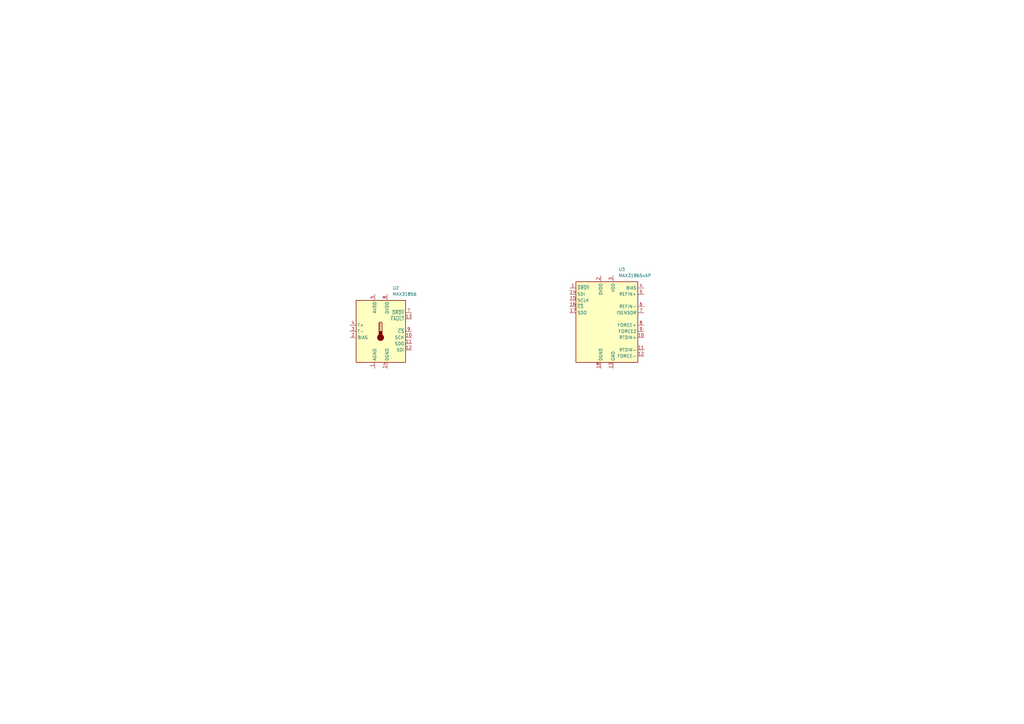
<source format=kicad_sch>
(kicad_sch (version 20231120) (generator "eeschema") (generator_version "8.0")
  (paper "A3")
  (lib_symbols
    (symbol "Sensor_Temperature:MAX31856"
      (property "Reference" "U" (at -7.62 13.97 0))
      (property "Value" "MAX31856" (at 13.97 13.97 0))
      (symbol "MAX31856_0_1"
        (rectangle (start -10.16 12.7) (end 10.16 -12.7) (stroke (width 0.254)) (fill (type background)))
        (circle (center -0.127 -2.54) (radius 1.27) (stroke (width 0.254)) (fill (type outline)))
        (polyline (pts (xy -0.762 0.635) (xy -0.127 0.635)) (stroke (width 0.254)))
        (polyline (pts (xy -0.762 1.27) (xy -0.127 1.27)) (stroke (width 0.254)))
        (polyline (pts (xy -0.762 1.905) (xy -0.127 1.905)) (stroke (width 0.254)))
        (polyline (pts (xy -0.762 2.54) (xy -0.127 2.54)) (stroke (width 0.254)))
        (polyline (pts (xy -0.762 3.175) (xy -0.762 0)) (stroke (width 0.254)))
        (polyline (pts (xy -0.762 3.175) (xy -0.127 3.175)) (stroke (width 0.254)))
        (polyline (pts (xy 0.508 3.175) (xy 0.508 0)) (stroke (width 0.254)))
        (rectangle (start 0.508 -1.905) (end -0.762 0) (stroke (width 0.254)) (fill (type outline)))
        (arc (start 0.508 3.175) (mid -0.127 3.8073) (end -0.762 3.175) (stroke (width 0.254)))
      )
      (symbol "MAX31856_1_1"
        (pin power_in line (at -2.54 -15.24 90) (length 2.54) (name "AGND") (number "1"))
        (pin input line (at 12.7 -2.54 180) (length 2.54) (name "SCK") (number "10"))
        (pin output line (at 12.7 -5.08 180) (length 2.54) (name "SDO") (number "11"))
        (pin input line (at 12.7 -7.62 180) (length 2.54) (name "SDI") (number "12"))
        (pin output line (at 12.7 5.08 180) (length 2.54) (name "~{FAULT}") (number "13"))
        (pin power_in line (at 2.54 -15.24 90) (length 2.54) (name "DGND") (number "14"))
        (pin input line (at -12.7 -2.54 0) (length 2.54) (name "BIAS") (number "2"))
        (pin input line (at -12.7 0 0) (length 2.54) (name "T-") (number "3"))
        (pin input line (at -12.7 2.54 0) (length 2.54) (name "T+") (number "4"))
        (pin power_in line (at -2.54 15.24 270) (length 2.54) (name "AVDD") (number "5"))
        (pin no_connect line (at -10.16 -7.62 0) (length 2.54) hide (name "DNC") (number "6"))
        (pin output line (at 12.7 7.62 180) (length 2.54) (name "~{DRDY}") (number "7"))
        (pin power_in line (at 2.54 15.24 270) (length 2.54) (name "DVDD") (number "8"))
        (pin input line (at 12.7 0 180) (length 2.54) (name "~{CS}") (number "9"))
      )
    )
    (symbol "Sensor_Temperature:MAX31865xAP"
      (property "Reference" "U" (at -11.43 19.05 0))
      (property "Value" "MAX31865xAP" (at 10.16 19.05 0))
      (symbol "MAX31865xAP_0_1"
        (rectangle (start -12.7 17.78) (end 12.7 -15.24) (stroke (width 0.254)) (fill (type background)))
      )
      (symbol "MAX31865xAP_1_1"
        (pin output line (at -15.24 15.24 0) (length 2.54) (name "~{DRDY}") (number "1"))
        (pin input line (at 15.24 -5.08 180) (length 2.54) (name "RTDIN+") (number "10"))
        (pin input line (at 15.24 -10.16 180) (length 2.54) (name "RTDIN-") (number "11"))
        (pin power_out line (at 15.24 -12.7 180) (length 2.54) (name "FORCE-") (number "12"))
        (pin power_in line (at 2.54 -17.78 90) (length 2.54) (name "GND") (number "13"))
        (pin input line (at -15.24 12.7 0) (length 2.54) (name "SDI") (number "14"))
        (pin input line (at -15.24 10.16 0) (length 2.54) (name "SCLK") (number "15"))
        (pin input line (at -15.24 7.62 0) (length 2.54) (name "~{CS}") (number "16"))
        (pin tri_state line (at -15.24 5.08 0) (length 2.54) (name "SDO") (number "17"))
        (pin power_in line (at -2.54 -17.78 90) (length 2.54) (name "DGND") (number "18"))
        (pin passive line (at 2.54 -17.78 90) (length 2.54) hide (name "GND") (number "19"))
        (pin power_in line (at -2.54 20.32 270) (length 2.54) (name "DVDD") (number "2"))
        (pin no_connect line (at -12.7 -2.54 0) (length 2.54) hide (name "NC") (number "20"))
        (pin power_in line (at 2.54 20.32 270) (length 2.54) (name "VDD") (number "3"))
        (pin power_out line (at 15.24 15.24 180) (length 2.54) (name "BIAS") (number "4"))
        (pin input line (at 15.24 12.7 180) (length 2.54) (name "REFIN+") (number "5"))
        (pin input line (at 15.24 7.62 180) (length 2.54) (name "REFIN-") (number "6"))
        (pin passive line (at 15.24 5.08 180) (length 2.54) (name "ISENSOR") (number "7"))
        (pin passive line (at 15.24 0 180) (length 2.54) (name "FORCE+") (number "8"))
        (pin input line (at 15.24 -2.54 180) (length 2.54) (name "FORCE2") (number "9"))
      )
    )
  )
  (symbol (lib_id "Sensor_Temperature:MAX31856") (at 156.21 135.89 0) (unit 1)
    (property "Reference" "U2" (at 160.9441 118.11 0) (effects (justify left)))
    (property "Value" "MAX31856" (at 160.9441 120.65 0) (effects (justify left)))
    (property "Footprint" "Package_SO:TSSOP-14_4.4x5mm_P0.65mm" (effects (hide yes)))
    (property "Datasheet" "https://datasheets.maximintegrated.com/en/ds/MAX31856.pdf" (effects (hide yes)))
    (property "Description" "Precision Thermocouple to Digital Converter with Linearization, TSSOP-14" (effects (hide yes)))
  )
  (symbol (lib_id "Sensor_Temperature:MAX31865xAP") (at 248.92 133.35 0) (unit 1)
    (property "Reference" "U3" (at 253.6541 110.49 0) (effects (justify left)))
    (property "Value" "MAX31865xAP" (at 253.6541 113.03 0) (effects (justify left)))
    (property "Footprint" "Package_SO:SSOP-20_5.3x7.2mm_P0.65mm" (effects (hide yes)))
    (property "Datasheet" "https://www.analog.com/media/en/technical-documentation/data-sheets/MAX31865.pdf" (effects (hide yes)))
    (property "Description" "RTD-to-Digital Converter, SSOP-20" (effects (hide yes)))
  )
)
</source>
